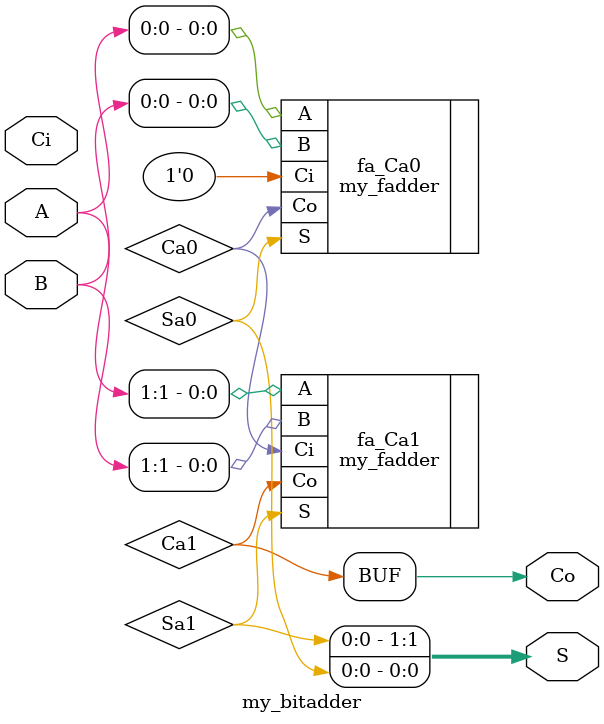
<source format=v>
`timescale 1ns / 1ps


module my_bitadder(
    input [1:0]A,
    input [1:0]B,
    input Ci,
    output Co,
    output [1:0]S
    );
    
wire Ca0, Sa0;
wire Ca1, Sa1;
    
assign Co = Ca1;
assign S[0] = Sa0;
assign S[1] = Sa1;
    
my_fadder fa_Ca0(
    .A(A[0]),
    .B(B[0]),
    .Ci(1'b0),
    .S(Sa0),
    .Co(Ca0)
    );

my_fadder fa_Ca1(
    .A(A[1]),
    .B(B[1]),
    .Ci(Ca0),
    .S(Sa1),
    .Co(Ca1)
    );
    
endmodule

</source>
